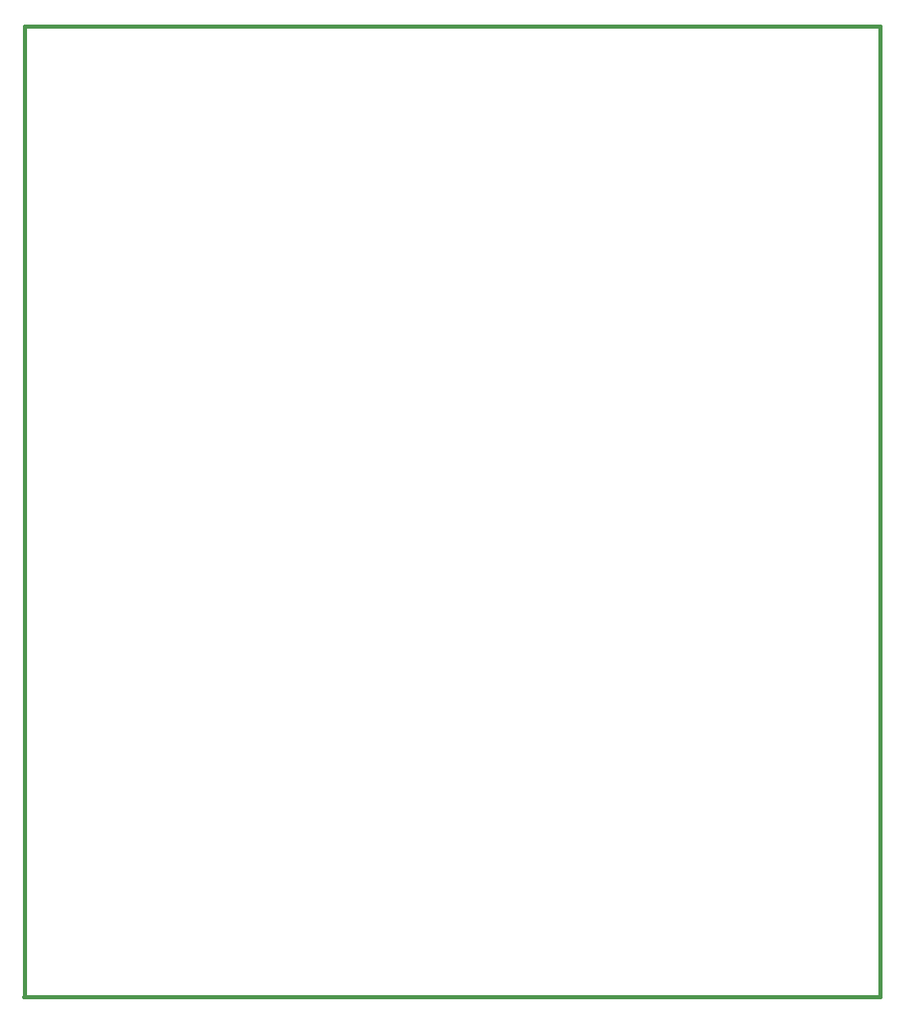
<source format=gm1>
G04 #@! TF.FileFunction,Profile,NP*
%FSLAX46Y46*%
G04 Gerber Fmt 4.6, Leading zero omitted, Abs format (unit mm)*
G04 Created by KiCad (PCBNEW 4.0.0-rc1-stable) date 06/10/2015 21:31:56*
%MOMM*%
G01*
G04 APERTURE LIST*
%ADD10C,0.150000*%
%ADD11C,0.381000*%
G04 APERTURE END LIST*
D10*
D11*
X37053520Y-151287480D02*
X125445520Y-151287480D01*
X125445520Y-151287480D02*
X125445520Y-50957480D01*
X125445520Y-50957480D02*
X37053520Y-50957480D01*
X37053520Y-50957480D02*
X37053520Y-151287480D01*
X37053520Y-151287480D02*
X36926520Y-151287480D01*
M02*

</source>
